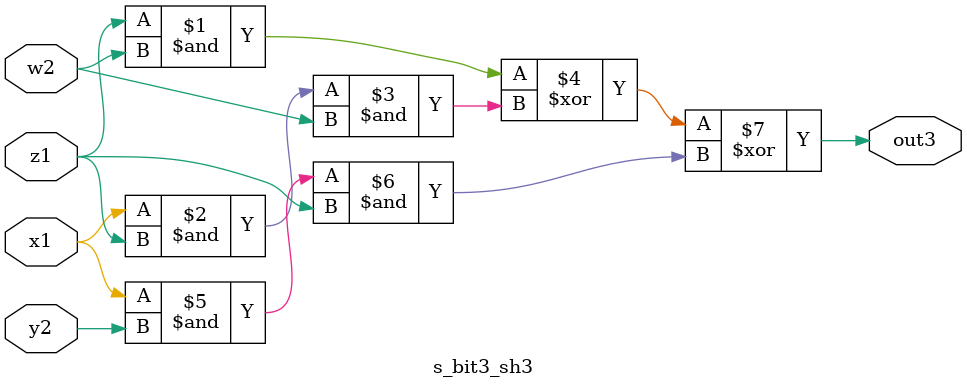
<source format=sv>

module s_bit3_sh3 (
  y2,
  z1,
  w2,
  x1,
  out3
);

    input wire y2;
    input wire z1;
    input wire w2;
    input wire x1;

    output wire out3;

    assign out3 = z1 & w2 ^ x1 & z1 & w2 ^ x1 & y2 & z1 ;

endmodule

</source>
